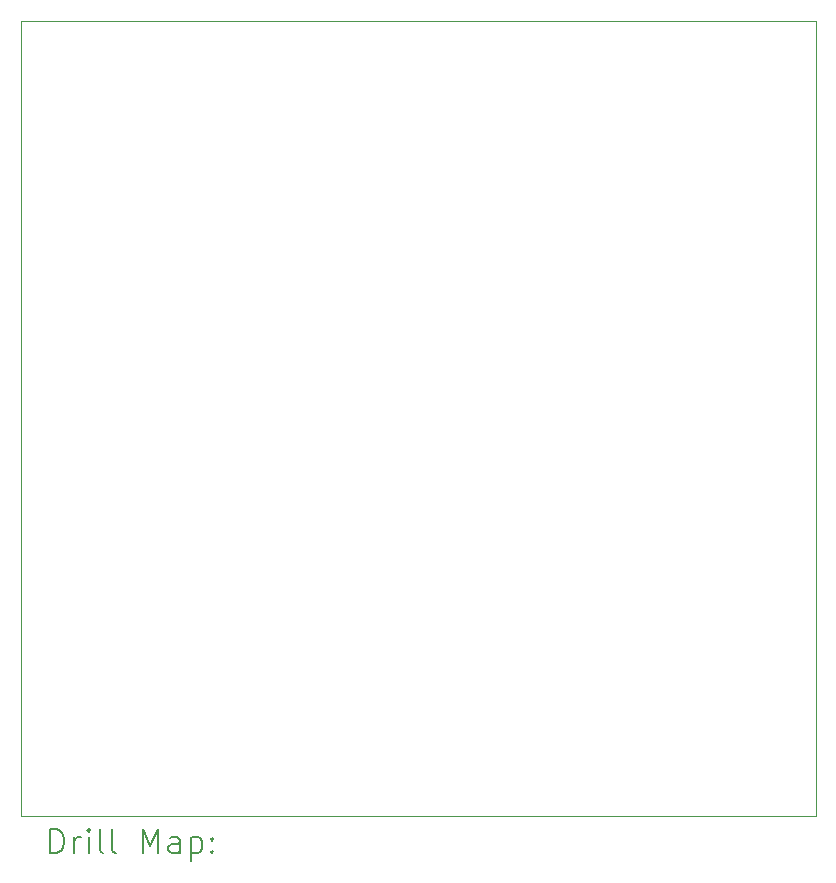
<source format=gbr>
%TF.GenerationSoftware,KiCad,Pcbnew,(6.0.9)*%
%TF.CreationDate,2022-12-16T13:04:45-05:00*%
%TF.ProjectId,Perris_Breakout,50657272-6973-45f4-9272-65616b6f7574,rev?*%
%TF.SameCoordinates,Original*%
%TF.FileFunction,Drillmap*%
%TF.FilePolarity,Positive*%
%FSLAX45Y45*%
G04 Gerber Fmt 4.5, Leading zero omitted, Abs format (unit mm)*
G04 Created by KiCad (PCBNEW (6.0.9)) date 2022-12-16 13:04:45*
%MOMM*%
%LPD*%
G01*
G04 APERTURE LIST*
%ADD10C,0.100000*%
%ADD11C,0.200000*%
G04 APERTURE END LIST*
D10*
X8663940Y-10528300D02*
X15394940Y-10528300D01*
X15394940Y-10528300D02*
X15394940Y-3802380D01*
X15394940Y-3802380D02*
X8663940Y-3802380D01*
X8663940Y-3802380D02*
X8663940Y-10528300D01*
D11*
X8916559Y-10843776D02*
X8916559Y-10643776D01*
X8964178Y-10643776D01*
X8992750Y-10653300D01*
X9011797Y-10672348D01*
X9021321Y-10691395D01*
X9030845Y-10729490D01*
X9030845Y-10758062D01*
X9021321Y-10796157D01*
X9011797Y-10815205D01*
X8992750Y-10834252D01*
X8964178Y-10843776D01*
X8916559Y-10843776D01*
X9116559Y-10843776D02*
X9116559Y-10710443D01*
X9116559Y-10748538D02*
X9126083Y-10729490D01*
X9135607Y-10719967D01*
X9154654Y-10710443D01*
X9173702Y-10710443D01*
X9240369Y-10843776D02*
X9240369Y-10710443D01*
X9240369Y-10643776D02*
X9230845Y-10653300D01*
X9240369Y-10662824D01*
X9249892Y-10653300D01*
X9240369Y-10643776D01*
X9240369Y-10662824D01*
X9364178Y-10843776D02*
X9345130Y-10834252D01*
X9335607Y-10815205D01*
X9335607Y-10643776D01*
X9468940Y-10843776D02*
X9449892Y-10834252D01*
X9440369Y-10815205D01*
X9440369Y-10643776D01*
X9697511Y-10843776D02*
X9697511Y-10643776D01*
X9764178Y-10786633D01*
X9830845Y-10643776D01*
X9830845Y-10843776D01*
X10011797Y-10843776D02*
X10011797Y-10739014D01*
X10002273Y-10719967D01*
X9983226Y-10710443D01*
X9945130Y-10710443D01*
X9926083Y-10719967D01*
X10011797Y-10834252D02*
X9992750Y-10843776D01*
X9945130Y-10843776D01*
X9926083Y-10834252D01*
X9916559Y-10815205D01*
X9916559Y-10796157D01*
X9926083Y-10777110D01*
X9945130Y-10767586D01*
X9992750Y-10767586D01*
X10011797Y-10758062D01*
X10107035Y-10710443D02*
X10107035Y-10910443D01*
X10107035Y-10719967D02*
X10126083Y-10710443D01*
X10164178Y-10710443D01*
X10183226Y-10719967D01*
X10192750Y-10729490D01*
X10202273Y-10748538D01*
X10202273Y-10805681D01*
X10192750Y-10824729D01*
X10183226Y-10834252D01*
X10164178Y-10843776D01*
X10126083Y-10843776D01*
X10107035Y-10834252D01*
X10287988Y-10824729D02*
X10297511Y-10834252D01*
X10287988Y-10843776D01*
X10278464Y-10834252D01*
X10287988Y-10824729D01*
X10287988Y-10843776D01*
X10287988Y-10719967D02*
X10297511Y-10729490D01*
X10287988Y-10739014D01*
X10278464Y-10729490D01*
X10287988Y-10719967D01*
X10287988Y-10739014D01*
M02*

</source>
